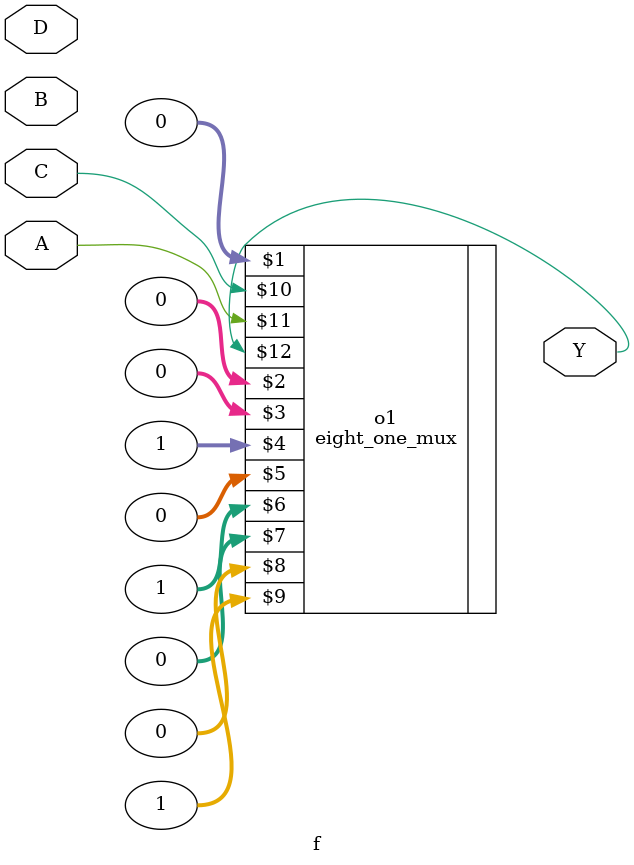
<source format=sv>
`timescale 1ns / 1ps



module f(input logic A,B,C,D , output logic Y

    );
    eight_one_mux o1(0,0,0,1,0,1,0,0,1,C,A,Y);
    
endmodule

</source>
